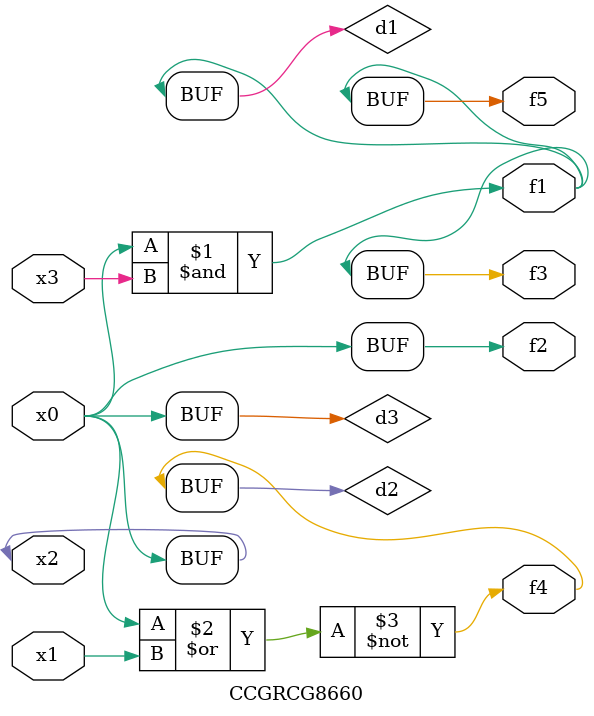
<source format=v>
module CCGRCG8660(
	input x0, x1, x2, x3,
	output f1, f2, f3, f4, f5
);

	wire d1, d2, d3;

	and (d1, x2, x3);
	nor (d2, x0, x1);
	buf (d3, x0, x2);
	assign f1 = d1;
	assign f2 = d3;
	assign f3 = d1;
	assign f4 = d2;
	assign f5 = d1;
endmodule

</source>
